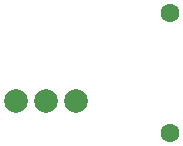
<source format=gbr>
%TF.GenerationSoftware,KiCad,Pcbnew,9.0.6*%
%TF.CreationDate,2025-12-01T09:21:34+01:00*%
%TF.ProjectId,BL_Santa,424c5f53-616e-4746-912e-6b696361645f,rev?*%
%TF.SameCoordinates,Original*%
%TF.FileFunction,Copper,L1,Top*%
%TF.FilePolarity,Positive*%
%FSLAX46Y46*%
G04 Gerber Fmt 4.6, Leading zero omitted, Abs format (unit mm)*
G04 Created by KiCad (PCBNEW 9.0.6) date 2025-12-01 09:21:34*
%MOMM*%
%LPD*%
G01*
G04 APERTURE LIST*
%TA.AperFunction,ComponentPad*%
%ADD10C,2.000000*%
%TD*%
%TA.AperFunction,ComponentPad*%
%ADD11C,1.600000*%
%TD*%
G04 APERTURE END LIST*
D10*
%TO.P,S1,1,A*%
%TO.N,Net-(S1-A-Pad1)*%
X140000000Y-130000000D03*
%TO.P,S1,2,E*%
%TO.N,Net-(S1-E)*%
X142540000Y-130000000D03*
%TO.P,S1,3,A*%
X145080000Y-130000000D03*
%TD*%
D11*
%TO.P,R2,1*%
%TO.N,Net-(S1-E)*%
X153010000Y-132702000D03*
%TO.P,R2,2*%
%TO.N,Net-(D1-A)*%
X153010000Y-122542000D03*
%TD*%
M02*

</source>
